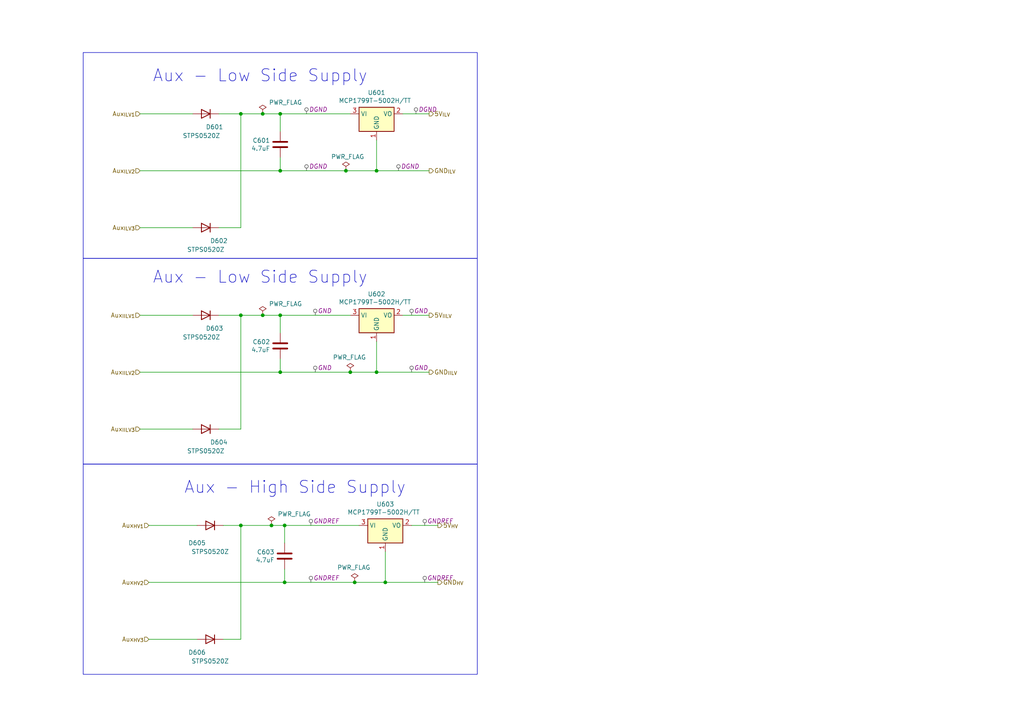
<source format=kicad_sch>
(kicad_sch (version 20231120) (generator "eeschema") (generator_version "8.0")
  (paper "A4")
  (title_block (title "Feeders"))
  (lib_symbols
    (symbol "Device:C" (pin_numbers hide) (pin_names (offset 0.254))
      (property "Reference" "C" (at 0.635 2.54 0))
      (property "Value" "C" (at 0.635 -2.54 0))
      (symbol "C_0_1"
        (polyline (pts (xy -2.032 -0.762) (xy 2.032 -0.762)) (stroke (width 0.508)))
        (polyline (pts (xy -2.032 0.762) (xy 2.032 0.762)) (stroke (width 0.508)))
      )
      (symbol "C_1_1"
        (pin passive line (at 0 3.81 270) (length 2.794) (name "~") (number "1"))
        (pin passive line (at 0 -3.81 90) (length 2.794) (name "~") (number "2"))
      )
    )
    (symbol "Device:D" (pin_numbers hide) (pin_names (offset 1.016) hide)
      (property "Reference" "D" (at 0 2.54 0))
      (property "Value" "D" (at 0 -2.54 0))
      (symbol "D_0_1"
        (polyline (pts (xy -1.27 1.27) (xy -1.27 -1.27)) (stroke (width 0.254)))
        (polyline (pts (xy 1.27 0) (xy -1.27 0)))
        (polyline (pts (xy 1.27 1.27) (xy 1.27 -1.27) (xy -1.27 0) (xy 1.27 1.27)) (stroke (width 0.254)))
      )
      (symbol "D_1_1"
        (pin passive line (at -3.81 0 0) (length 2.54) (name "K") (number "1"))
        (pin passive line (at 3.81 0 180) (length 2.54) (name "A") (number "2"))
      )
    )
    (symbol "Regulator_Linear:MCP1754S-5002xCB"
      (property "Reference" "U" (at -3.81 3.175 0))
      (property "Value" "MCP1754S-5002xCB" (at -0.635 3.175 0))
      (symbol "MCP1754S-5002xCB_0_1"
        (rectangle (start -5.08 -5.08) (end 5.08 1.905) (stroke (width 0.254)) (fill (type background)))
      )
      (symbol "MCP1754S-5002xCB_1_1"
        (pin power_in line (at 0 -7.62 90) (length 2.54) (name "GND") (number "1"))
        (pin power_out line (at 7.62 0 180) (length 2.54) (name "VO") (number "2"))
        (pin power_in line (at -7.62 0 0) (length 2.54) (name "VI") (number "3"))
      )
    )
    (symbol "power:PWR_FLAG" (power) (pin_numbers hide) (pin_names (offset 0) hide)
      (property "Value" "PWR_FLAG" (at 0 3.81 0))
      (symbol "PWR_FLAG_0_0"
        (pin power_out line (at 0 0 90) (length 0) (name "~") (number "1"))
      )
      (symbol "PWR_FLAG_0_1"
        (polyline (pts (xy 0 0) (xy 0 1.27) (xy -1.016 1.905) (xy 0 2.54) (xy 1.016 1.905) (xy 0 1.27)))
      )
    )
  )
  (junction (at 81.28 49.53))
  (junction (at 82.55 152.4))
  (junction (at 109.22 49.53))
  (junction (at 81.28 91.44))
  (junction (at 100.33 49.53))
  (junction (at 69.85 152.4))
  (junction (at 111.76 168.91))
  (junction (at 101.6 107.95))
  (junction (at 81.28 107.95))
  (junction (at 81.28 33.02))
  (junction (at 69.85 33.02))
  (junction (at 109.22 107.95))
  (junction (at 82.55 168.91))
  (junction (at 76.2 33.02))
  (junction (at 69.85 91.44))
  (junction (at 78.74 152.4))
  (junction (at 102.87 168.91))
  (junction (at 76.2 91.44))
  (wire (pts (xy 111.76 160.02) (xy 111.76 168.91)))
  (wire (pts (xy 81.28 96.52) (xy 81.28 91.44)))
  (wire (pts (xy 43.18 185.42) (xy 57.15 185.42)))
  (wire (pts (xy 63.5 66.04) (xy 69.85 66.04)))
  (wire (pts (xy 69.85 152.4) (xy 78.74 152.4)))
  (wire (pts (xy 81.28 45.72) (xy 81.28 49.53)))
  (wire (pts (xy 119.38 152.4) (xy 127 152.4)))
  (wire (pts (xy 109.22 49.53) (xy 124.46 49.53)))
  (wire (pts (xy 109.22 107.95) (xy 124.46 107.95)))
  (wire (pts (xy 116.84 33.02) (xy 124.46 33.02)))
  (wire (pts (xy 82.55 157.48) (xy 82.55 152.4)))
  (wire (pts (xy 63.5 124.46) (xy 69.85 124.46)))
  (wire (pts (xy 55.88 33.02) (xy 40.64 33.02)))
  (wire (pts (xy 101.6 107.95) (xy 109.22 107.95)))
  (wire (pts (xy 82.55 165.1) (xy 82.55 168.91)))
  (wire (pts (xy 100.33 49.53) (xy 109.22 49.53)))
  (wire (pts (xy 69.85 91.44) (xy 76.2 91.44)))
  (wire (pts (xy 76.2 91.44) (xy 81.28 91.44)))
  (wire (pts (xy 69.85 33.02) (xy 76.2 33.02)))
  (wire (pts (xy 76.2 33.02) (xy 81.28 33.02)))
  (wire (pts (xy 40.64 49.53) (xy 81.28 49.53)))
  (wire (pts (xy 69.85 185.42) (xy 69.85 152.4)))
  (wire (pts (xy 109.22 40.64) (xy 109.22 49.53)))
  (wire (pts (xy 43.18 168.91) (xy 82.55 168.91)))
  (wire (pts (xy 43.18 152.4) (xy 57.15 152.4)))
  (wire (pts (xy 116.84 91.44) (xy 124.46 91.44)))
  (wire (pts (xy 69.85 124.46) (xy 69.85 91.44)))
  (wire (pts (xy 81.28 91.44) (xy 101.6 91.44)))
  (wire (pts (xy 63.5 91.44) (xy 69.85 91.44)))
  (wire (pts (xy 82.55 168.91) (xy 102.87 168.91)))
  (wire (pts (xy 81.28 104.14) (xy 81.28 107.95)))
  (wire (pts (xy 102.87 168.91) (xy 111.76 168.91)))
  (wire (pts (xy 55.88 124.46) (xy 40.64 124.46)))
  (wire (pts (xy 82.55 152.4) (xy 104.14 152.4)))
  (wire (pts (xy 78.74 152.4) (xy 82.55 152.4)))
  (wire (pts (xy 81.28 49.53) (xy 100.33 49.53)))
  (wire (pts (xy 55.88 91.44) (xy 40.64 91.44)))
  (wire (pts (xy 55.88 66.04) (xy 40.64 66.04)))
  (wire (pts (xy 81.28 38.1) (xy 81.28 33.02)))
  (wire (pts (xy 64.77 152.4) (xy 69.85 152.4)))
  (wire (pts (xy 111.76 168.91) (xy 127 168.91)))
  (wire (pts (xy 63.5 33.02) (xy 69.85 33.02)))
  (wire (pts (xy 109.22 99.06) (xy 109.22 107.95)))
  (wire (pts (xy 81.28 33.02) (xy 101.6 33.02)))
  (wire (pts (xy 64.77 185.42) (xy 69.85 185.42)))
  (wire (pts (xy 40.64 107.95) (xy 81.28 107.95)))
  (wire (pts (xy 69.85 66.04) (xy 69.85 33.02)))
  (wire (pts (xy 81.28 107.95) (xy 101.6 107.95)))
  (rectangle (start 24.13 15.24) (end 138.43 74.93))
  (rectangle (start 24.13 74.93) (end 138.43 134.62))
  (rectangle (start 24.13 134.62) (end 138.43 195.58))
  (text "Aux - Low Side Supply" (at 106.68 82.55 0) (effects (font (size 3.5052 3.5052)) (justify right bottom)))
  (text "Aux - High Side Supply\n" (at 53.34 143.51 0) (effects (font (size 3.5052 3.5052)) (justify left bottom)))
  (text "Aux - Low Side Supply" (at 106.68 24.13 0) (effects (font (size 3.5052 3.5052)) (justify right bottom)))
  (hierarchical_label "5V_{ILV}" (shape output) (at 124.46 33.02 0))
  (hierarchical_label "GND_{ILV}" (shape output) (at 124.46 49.53 0))
  (hierarchical_label "5V_{IILV}" (shape output) (at 124.46 91.44 0))
  (hierarchical_label "Aux_{ILV3}" (shape input) (at 40.64 66.04 180))
  (hierarchical_label "5V_{HV}" (shape output) (at 127 152.4 0))
  (hierarchical_label "Aux_{HV2}" (shape input) (at 43.18 168.91 180))
  (hierarchical_label "Aux_{HV1}" (shape input) (at 43.18 152.4 180))
  (hierarchical_label "GND_{HV}" (shape output) (at 127 168.91 0))
  (hierarchical_label "GND_{IILV}" (shape output) (at 124.46 107.95 0))
  (hierarchical_label "Aux_{IILV2}" (shape input) (at 40.64 107.95 180))
  (hierarchical_label "Aux_{IILV1}" (shape input) (at 40.64 91.44 180))
  (hierarchical_label "Aux_{ILV2}" (shape input) (at 40.64 49.53 180))
  (hierarchical_label "Aux_{HV3}" (shape input) (at 43.18 185.42 180))
  (hierarchical_label "Aux_{ILV1}" (shape input) (at 40.64 33.02 180))
  (hierarchical_label "Aux_{IILV3}" (shape input) (at 40.64 124.46 180))
  (netclass_flag "" (length 1.27) (shape round) (at 119.38 107.95 0) (property "Netclass" "GND" (at 120.0785 106.68 0) (effects (font (italic yes)) (justify left))))
  (netclass_flag "" (length 1.27) (shape round) (at 90.17 168.91 0) (property "Netclass" "GNDREF" (at 90.8685 167.64 0) (effects (font (italic yes)) (justify left))))
  (netclass_flag "" (length 1.27) (shape round) (at 115.57 49.53 0) (property "Netclass" "DGND" (at 116.2685 48.26 0) (effects (font (italic yes)) (justify left))))
  (netclass_flag "" (length 1.27) (shape round) (at 90.17 152.4 0) (property "Netclass" "GNDREF" (at 90.8685 151.13 0) (effects (font (italic yes)) (justify left))))
  (netclass_flag "" (length 1.27) (shape round) (at 91.44 91.44 0) (property "Netclass" "GND" (at 92.1385 90.17 0) (effects (font (italic yes)) (justify left))))
  (netclass_flag "" (length 1.27) (shape round) (at 119.38 91.44 0) (property "Netclass" "GND" (at 120.0785 90.17 0) (effects (font (italic yes)) (justify left))))
  (netclass_flag "" (length 1.27) (shape round) (at 91.44 107.95 0) (property "Netclass" "GND" (at 92.1385 106.68 0) (effects (font (italic yes)) (justify left))))
  (netclass_flag "" (length 1.27) (shape round) (at 88.9 49.53 0) (property "Netclass" "DGND" (at 89.5985 48.26 0) (effects (font (italic yes)) (justify left))))
  (netclass_flag "" (length 1.27) (shape round) (at 123.19 152.4 0) (property "Netclass" "GNDREF" (at 123.8885 151.13 0) (effects (font (italic yes)) (justify left))))
  (netclass_flag "" (length 1.27) (shape round) (at 120.65 33.02 0) (property "Netclass" "DGND" (at 121.3485 31.75 0) (effects (font (italic yes)) (justify left))))
  (netclass_flag "" (length 1.27) (shape round) (at 123.19 168.91 0) (property "Netclass" "GNDREF" (at 123.8885 167.64 0) (effects (font (italic yes)) (justify left))))
  (netclass_flag "" (length 1.27) (shape round) (at 88.9 33.02 0) (property "Netclass" "DGND" (at 89.5985 31.75 0) (effects (font (italic yes)) (justify left))))
  (symbol (lib_id "Device:D") (at 59.69 33.02 0) (mirror y) (unit 1)
    (property "Reference" "D601" (at 62.23 36.83 0))
    (property "Value" "STPS0520Z" (at 58.42 39.37 0))
    (property "Footprint" "Diode_SMD:D_SOD-323" (effects (hide yes)))
    (property "Datasheet" "https://www.st.com/resource/en/datasheet/stps0520z.pdf" (effects (hide yes)))
  )
  (symbol (lib_id "Device:C") (at 81.28 41.91 0) (mirror y) (unit 1)
    (property "Reference" "C601" (at 78.359 40.7416 0) (effects (justify left)))
    (property "Value" "4.7uF" (at 78.359 43.053 0) (effects (justify left)))
    (property "Footprint" "Footprints:C_1210_3225Metric" (effects (hide yes)))
    (property "Datasheet" "https://www.mouser.fr/datasheet/2/40/X7RDielectric-777024.pdf" (effects (hide yes)))
    (property "Ref" "12101C475KAT2A" (effects (hide yes)))
  )
  (symbol (lib_id "Regulator_Linear:MCP1754S-5002xCB") (at 111.76 152.4 0) (unit 1)
    (property "Reference" "U603" (at 111.76 146.2532 0))
    (property "Value" "MCP1799T-5002H/TT " (at 111.76 148.5646 0))
    (property "Footprint" "Package_TO_SOT_SMD:SOT-23" (effects (hide yes)))
    (property "Datasheet" "http://ww1.microchip.com/downloads/en/DeviceDoc/20002276C.pdf" (effects (hide yes)))
  )
  (symbol (lib_id "power:PWR_FLAG") (at 76.2 33.02 0) (unit 1)
    (property "Reference" "#FLG0602" (effects (hide yes)))
    (property "Value" "PWR_FLAG" (at 82.804 29.718 0))
    (property "Description" "Special symbol for telling ERC where power comes from" (effects (hide yes)))
  )
  (symbol (lib_id "Regulator_Linear:MCP1754S-5002xCB") (at 109.22 91.44 0) (unit 1)
    (property "Reference" "U602" (at 109.22 85.2932 0))
    (property "Value" "MCP1799T-5002H/TT " (at 109.22 87.6046 0))
    (property "Footprint" "Package_TO_SOT_SMD:SOT-23" (effects (hide yes)))
    (property "Datasheet" "http://ww1.microchip.com/downloads/en/DeviceDoc/20002276C.pdf" (effects (hide yes)))
  )
  (symbol (lib_id "Device:D") (at 59.69 66.04 0) (mirror y) (unit 1)
    (property "Reference" "D602" (at 63.5 69.85 0))
    (property "Value" "STPS0520Z" (at 59.69 72.39 0))
    (property "Footprint" "Diode_SMD:D_SOD-323" (effects (hide yes)))
    (property "Datasheet" "https://www.st.com/resource/en/datasheet/stps0520z.pdf" (effects (hide yes)))
  )
  (symbol (lib_id "Device:C") (at 81.28 100.33 0) (mirror y) (unit 1)
    (property "Reference" "C602" (at 78.359 99.1616 0) (effects (justify left)))
    (property "Value" "4.7uF" (at 78.359 101.473 0) (effects (justify left)))
    (property "Footprint" "Footprints:C_1210_3225Metric" (effects (hide yes)))
    (property "Datasheet" "https://www.mouser.fr/datasheet/2/40/X7RDielectric-777024.pdf" (effects (hide yes)))
    (property "Ref" "12101C475KAT2A" (effects (hide yes)))
  )
  (symbol (lib_id "Device:C") (at 82.55 161.29 0) (mirror y) (unit 1)
    (property "Reference" "C603" (at 79.629 160.1216 0) (effects (justify left)))
    (property "Value" "4.7uF" (at 79.629 162.433 0) (effects (justify left)))
    (property "Footprint" "Footprints:C_1210_3225Metric" (effects (hide yes)))
    (property "Datasheet" "https://www.mouser.fr/datasheet/2/40/X7RDielectric-777024.pdf" (effects (hide yes)))
    (property "Ref" "12101C475KAT2A" (effects (hide yes)))
  )
  (symbol (lib_id "power:PWR_FLAG") (at 78.74 152.4 0) (unit 1)
    (property "Reference" "#FLG0603" (effects (hide yes)))
    (property "Value" "PWR_FLAG" (at 85.344 149.098 0))
    (property "Description" "Special symbol for telling ERC where power comes from" (effects (hide yes)))
  )
  (symbol (lib_id "Regulator_Linear:MCP1754S-5002xCB") (at 109.22 33.02 0) (unit 1)
    (property "Reference" "U601" (at 109.22 26.8732 0))
    (property "Value" "MCP1799T-5002H/TT " (at 109.22 29.1846 0))
    (property "Footprint" "Package_TO_SOT_SMD:SOT-23" (effects (hide yes)))
    (property "Datasheet" "http://ww1.microchip.com/downloads/en/DeviceDoc/20002276C.pdf" (effects (hide yes)))
  )
  (symbol (lib_id "power:PWR_FLAG") (at 76.2 91.44 0) (unit 1)
    (property "Reference" "#FLG0601" (effects (hide yes)))
    (property "Value" "PWR_FLAG" (at 82.804 88.138 0))
    (property "Description" "Special symbol for telling ERC where power comes from" (effects (hide yes)))
  )
  (symbol (lib_id "Device:D") (at 60.96 185.42 0) (mirror y) (unit 1)
    (property "Reference" "D606" (at 57.15 189.23 0))
    (property "Value" "STPS0520Z" (at 60.96 191.77 0))
    (property "Footprint" "Diode_SMD:D_SOD-323" (effects (hide yes)))
    (property "Datasheet" "https://www.st.com/resource/en/datasheet/stps0520z.pdf" (effects (hide yes)))
  )
  (symbol (lib_id "power:PWR_FLAG") (at 100.33 49.53 0) (unit 1)
    (property "Reference" "#FLG0605" (effects (hide yes)))
    (property "Value" "PWR_FLAG" (at 100.838 45.466 0))
    (property "Description" "Special symbol for telling ERC where power comes from" (effects (hide yes)))
  )
  (symbol (lib_id "Device:D") (at 59.69 124.46 0) (mirror y) (unit 1)
    (property "Reference" "D604" (at 63.5 128.27 0))
    (property "Value" "STPS0520Z" (at 59.69 130.81 0))
    (property "Footprint" "Diode_SMD:D_SOD-323" (effects (hide yes)))
    (property "Datasheet" "https://www.st.com/resource/en/datasheet/stps0520z.pdf" (effects (hide yes)))
  )
  (symbol (lib_id "Device:D") (at 60.96 152.4 0) (mirror y) (unit 1)
    (property "Reference" "D605" (at 57.15 157.48 0))
    (property "Value" "STPS0520Z" (at 60.96 160.02 0))
    (property "Footprint" "Diode_SMD:D_SOD-323" (effects (hide yes)))
    (property "Datasheet" "https://www.st.com/resource/en/datasheet/stps0520z.pdf" (effects (hide yes)))
  )
  (symbol (lib_id "power:PWR_FLAG") (at 101.6 107.95 0) (unit 1)
    (property "Reference" "#FLG0604" (effects (hide yes)))
    (property "Value" "PWR_FLAG" (at 101.346 103.632 0))
    (property "Description" "Special symbol for telling ERC where power comes from" (effects (hide yes)))
  )
  (symbol (lib_id "Device:D") (at 59.69 91.44 0) (mirror y) (unit 1)
    (property "Reference" "D603" (at 62.23 95.25 0))
    (property "Value" "STPS0520Z" (at 58.42 97.79 0))
    (property "Footprint" "Diode_SMD:D_SOD-323" (effects (hide yes)))
    (property "Datasheet" "https://www.st.com/resource/en/datasheet/stps0520z.pdf" (effects (hide yes)))
  )
  (symbol (lib_id "power:PWR_FLAG") (at 102.87 168.91 0) (unit 1)
    (property "Reference" "#FLG0606" (effects (hide yes)))
    (property "Value" "PWR_FLAG" (at 102.616 164.592 0))
    (property "Description" "Special symbol for telling ERC where power comes from" (effects (hide yes)))
  )
)
</source>
